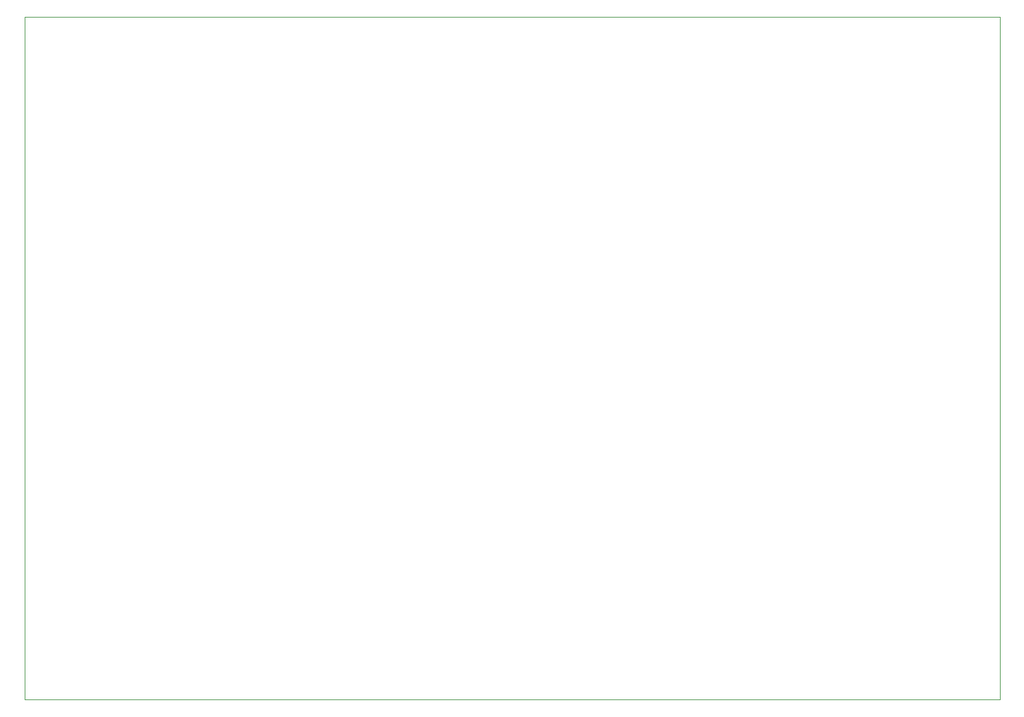
<source format=gm1>
G04 #@! TF.GenerationSoftware,KiCad,Pcbnew,(6.0.0-rc1-dev-1670-gc0cd4c03f)*
G04 #@! TF.CreationDate,2019-02-03T16:26:57-05:00
G04 #@! TF.ProjectId,AC_ISO_Board,41435f49-534f-45f4-926f-6172642e6b69,rev?*
G04 #@! TF.SameCoordinates,Original*
G04 #@! TF.FileFunction,Profile,NP*
%FSLAX46Y46*%
G04 Gerber Fmt 4.6, Leading zero omitted, Abs format (unit mm)*
G04 Created by KiCad (PCBNEW (6.0.0-rc1-dev-1670-gc0cd4c03f)) date 2019-02-03 16:26:57*
%MOMM*%
%LPD*%
G04 APERTURE LIST*
%ADD10C,0.050000*%
G04 APERTURE END LIST*
D10*
X73660000Y-140970000D02*
X200660000Y-140970000D01*
X73660000Y-52070000D02*
X73660000Y-140970000D01*
X200660000Y-52070000D02*
X73660000Y-52070000D01*
X200660000Y-140970000D02*
X200660000Y-52070000D01*
M02*

</source>
